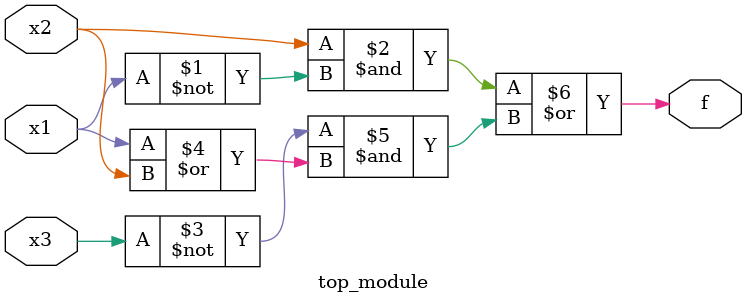
<source format=sv>
module top_module (
	input x3,
	input x2,
	input x1,
	output f
);

	// Updated the module based on the truth table
	assign f = (x2 & ~x1) | (~x3 & (x1 | x2));

endmodule

</source>
